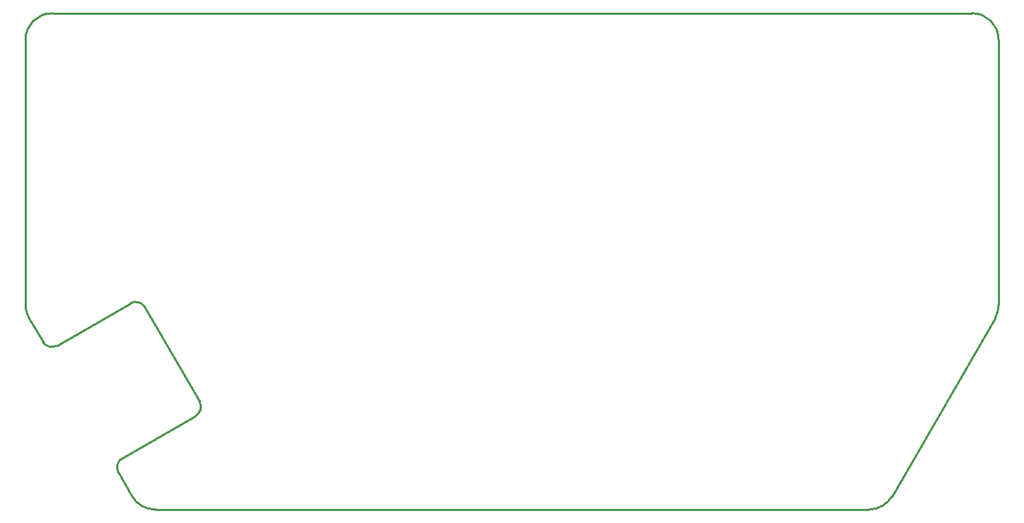
<source format=gm1>
%TF.GenerationSoftware,KiCad,Pcbnew,7.0.1-0*%
%TF.CreationDate,2023-04-03T11:55:14-05:00*%
%TF.ProjectId,plenum,706c656e-756d-42e6-9b69-6361645f7063,1*%
%TF.SameCoordinates,PXc1c9600PY2e063a0*%
%TF.FileFunction,Profile,NP*%
%FSLAX46Y46*%
G04 Gerber Fmt 4.6, Leading zero omitted, Abs format (unit mm)*
G04 Created by KiCad (PCBNEW 7.0.1-0) date 2023-04-03 11:55:14*
%MOMM*%
%LPD*%
G01*
G04 APERTURE LIST*
%TA.AperFunction,Profile*%
%ADD10C,0.254000*%
%TD*%
G04 APERTURE END LIST*
D10*
X-104235447Y-34884237D02*
X-113034265Y-39964237D01*
X-99223095Y-41025886D02*
X-95945595Y-46702683D01*
X-102500537Y-35349055D02*
G75*
G03*
X-104235447Y-34884238I-1099863J-635045D01*
G01*
X-12811396Y-58102500D02*
X-425370Y-36649272D01*
X-96410447Y-48437535D02*
X-105209265Y-53517535D01*
X-116414631Y-36649272D02*
X-114769118Y-39499385D01*
X-101278974Y-59690000D02*
X-15561027Y-59690000D01*
X-113665000Y0D02*
G75*
G03*
X-116840000Y-3175000I0J-3175000D01*
G01*
X-3175000Y0D02*
X-113665000Y0D01*
X-116839999Y-35061772D02*
G75*
G03*
X-116414630Y-36649272I3174899J-28D01*
G01*
X-96410426Y-48437572D02*
G75*
G03*
X-95945595Y-46702683I-635074J1099872D01*
G01*
X-99223095Y-41025886D02*
X-102500595Y-35349089D01*
X0Y-3175000D02*
G75*
G03*
X-3175000Y0I-3175000J0D01*
G01*
X-105209250Y-53517561D02*
G75*
G03*
X-105674117Y-55252387I634950J-1099839D01*
G01*
X-425357Y-36649279D02*
G75*
G03*
X0Y-35061772I-2749643J1587479D01*
G01*
X0Y-35061772D02*
X0Y-3175000D01*
X-15561027Y-59689976D02*
G75*
G03*
X-12811397Y-58102500I27J3174976D01*
G01*
X-116840000Y-3175000D02*
X-116840000Y-35061772D01*
X-105674118Y-55252387D02*
X-104028604Y-58102500D01*
X-114769185Y-39499424D02*
G75*
G03*
X-113034265Y-39964236I1099885J635124D01*
G01*
X-104028592Y-58102493D02*
G75*
G03*
X-101278974Y-59690000I2749692J1587593D01*
G01*
M02*

</source>
